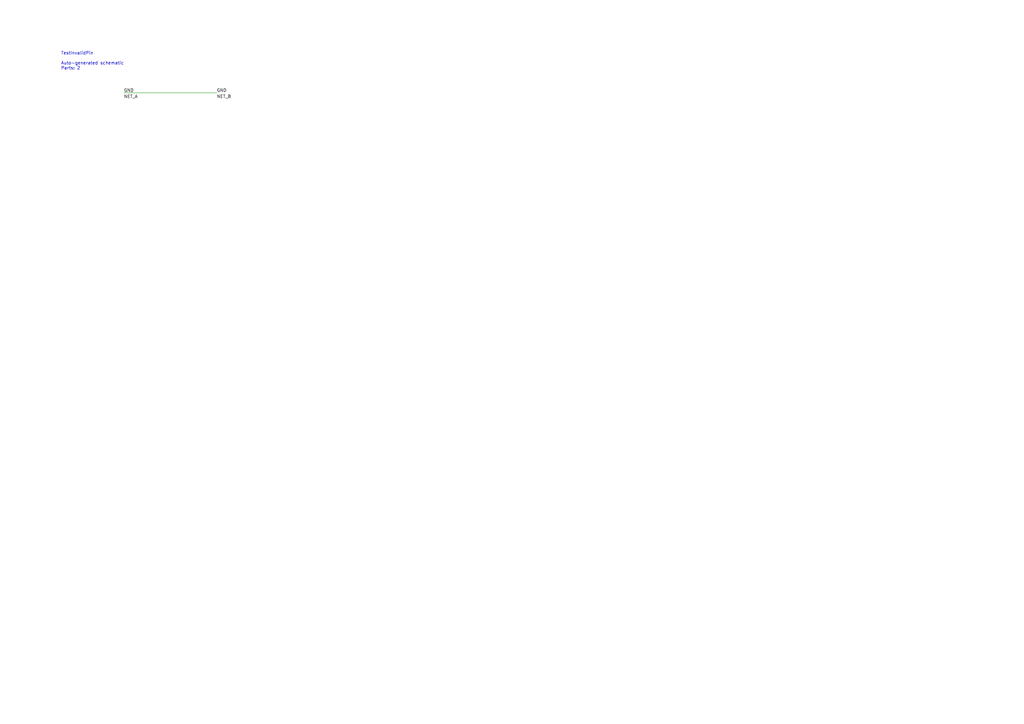
<source format=kicad_sch>
(kicad_sch (version 20250114) (generator "kicad_auto_builder") (generator_version "1.0")
  (paper "A3")
  (title_block (title "TestInvalidPin") (date "2024-12-12") (rev "1.0") (company "Auto Generated") (comment 1 "Generated by kicad_auto_builder"))
  (lib_symbols
    (symbol "GND" (power) (pin_numbers hide) (pin_names (offset 0) hide) (in_bom no)
      (property "Value" "GND" (at 0 -2.54 0))
      (symbol "GND_0_1"
        (polyline (pts (xy 0 0) (xy 0 -1.27) (xy 1.27 -1.27) (xy 0 -2.54) (xy -1.27 -1.27) (xy 0 -1.27)))
      )
      (symbol "GND_1_1"
        (pin power_in line (at 0 0 270) (length 0) (name "GND") (number "1"))
      )
    )
    (symbol "R" (pin_numbers hide) (pin_names (offset 0))
      (property "Reference" "R" (at 2.032 0 90))
      (property "Value" "R" (at 0 0 90))
      (symbol "R_0_1"
        (rectangle (start -1.016 -2.54) (end 1.016 2.54) (stroke (width 0.254)))
      )
      (symbol "R_1_1"
        (pin passive line (at 0 5.08 270) (length 2.54) (name "1") (number "1"))
        (pin passive line (at 0 -5.08 90) (length 2.54) (name "2") (number "2"))
      )
    )
  )
  (symbol (lib_id "custom:R") (at 50.0 50.0 0) (unit 1)
    (property "Reference" "R1" (at 50.0 44.92 0))
    (property "Value" "10k" (at 50.0 55.08 0))
  )
  (symbol (lib_id "custom:R") (at 90.0 50.0 0) (unit 1)
    (property "Reference" "R2" (at 90.0 44.92 0))
    (property "Value" "4.7k" (at 90.0 55.08 0))
  )
  (symbol (lib_id "custom:GND") (at 250.0 30.0 180) (unit 1) (in_bom no)
    (property "Reference" "#PWR" (effects hide))
    (property "Value" "GND" (at 250.0 27.46 0))
  )
  (wire (pts (xy 50.8 38.1) (xy 88.9 38.1)))
  (label "NET_A" (at 50.8 40.64 0))
  (label "GND" (at 50.8 38.1 0))
  (label "NET_B" (at 88.9 40.64 0))
  (label "GND" (at 88.9 38.1 0))
  (text "TestInvalidPin\n\nAuto-generated schematic\nParts: 2" (at 25.0 25.0 0) (effects (font (size 1.27 1.27)) (justify left)))
)
</source>
